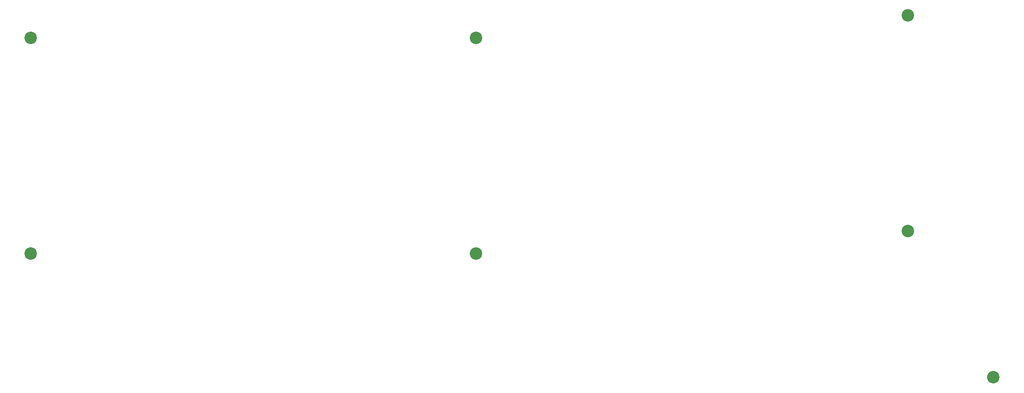
<source format=gbr>
%TF.GenerationSoftware,KiCad,Pcbnew,(5.1.9-0-10_14)*%
%TF.CreationDate,2021-04-25T18:44:43-05:00*%
%TF.ProjectId,wren-numpad,7772656e-2d6e-4756-9d70-61642e6b6963,rev?*%
%TF.SameCoordinates,Original*%
%TF.FileFunction,Soldermask,Top*%
%TF.FilePolarity,Negative*%
%FSLAX46Y46*%
G04 Gerber Fmt 4.6, Leading zero omitted, Abs format (unit mm)*
G04 Created by KiCad (PCBNEW (5.1.9-0-10_14)) date 2021-04-25 18:44:43*
%MOMM*%
%LPD*%
G01*
G04 APERTURE LIST*
%ADD10C,2.200000*%
G04 APERTURE END LIST*
D10*
%TO.C,H7*%
X226250500Y-106013250D03*
%TD*%
%TO.C,H6*%
X211137500Y-80168750D03*
%TD*%
%TO.C,H5*%
X134937500Y-84137500D03*
%TD*%
%TO.C,H4*%
X56356250Y-84137500D03*
%TD*%
%TO.C,H3*%
X211137500Y-42068750D03*
%TD*%
%TO.C,H2*%
X134937500Y-46037500D03*
%TD*%
%TO.C,H1*%
X56356250Y-46037500D03*
%TD*%
M02*

</source>
